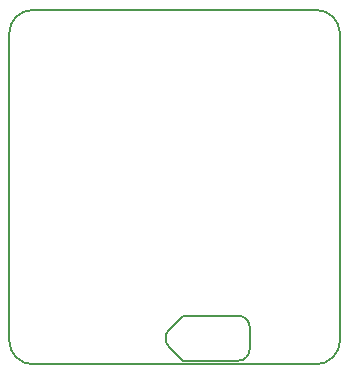
<source format=gbo>
G04 #@! TF.GenerationSoftware,KiCad,Pcbnew,5.1.5-52549c5~84~ubuntu19.10.1*
G04 #@! TF.CreationDate,2020-03-01T18:45:08+01:00*
G04 #@! TF.ProjectId,C245,43323435-2e6b-4696-9361-645f70636258,rev?*
G04 #@! TF.SameCoordinates,Original*
G04 #@! TF.FileFunction,Legend,Bot*
G04 #@! TF.FilePolarity,Positive*
%FSLAX46Y46*%
G04 Gerber Fmt 4.6, Leading zero omitted, Abs format (unit mm)*
G04 Created by KiCad (PCBNEW 5.1.5-52549c5~84~ubuntu19.10.1) date 2020-03-01 18:45:08*
%MOMM*%
%LPD*%
G04 APERTURE LIST*
%ADD10C,0.150000*%
%ADD11C,0.127000*%
G04 APERTURE END LIST*
D10*
X88000000Y-120000001D02*
G75*
G02X85999999Y-118000000I0J2000001D01*
G01*
X114000001Y-118000000D02*
G75*
G02X112000000Y-120000001I-2000001J0D01*
G01*
X112000000Y-89999999D02*
G75*
G02X114000001Y-92000000I0J-2000001D01*
G01*
X86000000Y-92000000D02*
G75*
G02X88000000Y-90000000I2000000J0D01*
G01*
X86000000Y-92000000D02*
X85999999Y-118000000D01*
X112000000Y-90000000D02*
X88000000Y-90000000D01*
X114000000Y-118000000D02*
X114000000Y-92000000D01*
X88000000Y-120000001D02*
X112000000Y-120000001D01*
D11*
X106356000Y-118752500D02*
G75*
G02X105403500Y-119705000I-952500J0D01*
G01*
X105403500Y-115895000D02*
G75*
G02X106356000Y-116847500I0J-952500D01*
G01*
X106356000Y-118752500D02*
X106356000Y-116847500D01*
X99536100Y-118523900D02*
G75*
G02X99536100Y-117076100I723900J723900D01*
G01*
X99536100Y-118523900D02*
X100717200Y-119705000D01*
X99536100Y-117076100D02*
X100717200Y-115895000D01*
X105403500Y-119705000D02*
X100717200Y-119705000D01*
X105403500Y-115895000D02*
X100717200Y-115895000D01*
M02*

</source>
